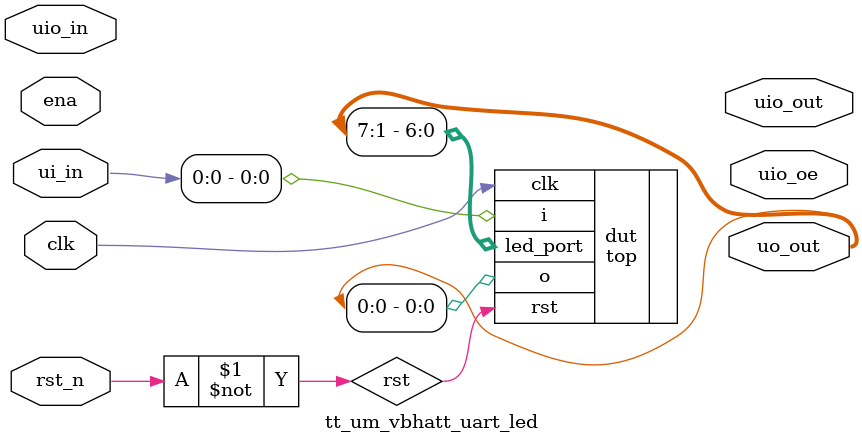
<source format=v>
`default_nettype none

module tt_um_vbhatt_uart_led #( parameter MAX_COUNT = 24'd10_000_000 ) (
    input  wire [7:0] ui_in,    // Dedicated inputs - connected to the input switches
    output wire [7:0] uo_out,   // Dedicated outputs - connected to the 7 segment display
    input  wire [7:0] uio_in,   // IOs: Bidirectional Input path
    output wire [7:0] uio_out,  // IOs: Bidirectional Output path
    output wire [7:0] uio_oe,   // IOs: Bidirectional Enable path (active high: 0=input, 1=output)
    input  wire       ena,      // will go high when the design is enabled
    input  wire       clk,      // clock
    input  wire       rst_n     // reset_n - low to reset
);
    wire rst= ~rst_n;
    top dut(
        .i(ui_in[0]),
        .o(uo_out[0]),
        .clk(clk),
        .rst(rst),
        .led_port(uo_out[7:1])
        );
endmodule

</source>
